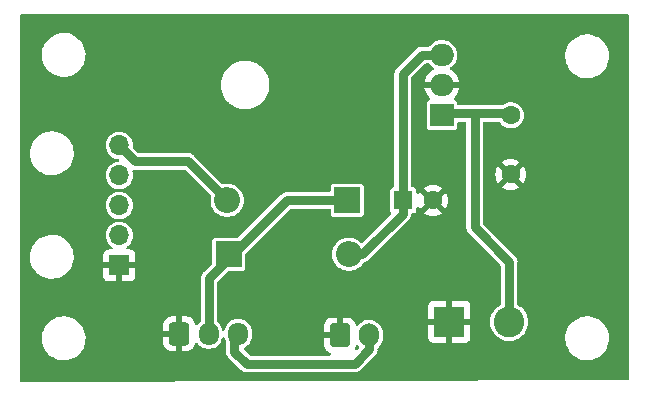
<source format=gbr>
%TF.GenerationSoftware,KiCad,Pcbnew,7.0.9*%
%TF.CreationDate,2023-11-12T11:40:09+01:00*%
%TF.ProjectId,CO2-PwrSupply,434f322d-5077-4725-9375-70706c792e6b,1.1*%
%TF.SameCoordinates,Original*%
%TF.FileFunction,Copper,L2,Bot*%
%TF.FilePolarity,Positive*%
%FSLAX46Y46*%
G04 Gerber Fmt 4.6, Leading zero omitted, Abs format (unit mm)*
G04 Created by KiCad (PCBNEW 7.0.9) date 2023-11-12 11:40:09*
%MOMM*%
%LPD*%
G01*
G04 APERTURE LIST*
G04 Aperture macros list*
%AMRoundRect*
0 Rectangle with rounded corners*
0 $1 Rounding radius*
0 $2 $3 $4 $5 $6 $7 $8 $9 X,Y pos of 4 corners*
0 Add a 4 corners polygon primitive as box body*
4,1,4,$2,$3,$4,$5,$6,$7,$8,$9,$2,$3,0*
0 Add four circle primitives for the rounded corners*
1,1,$1+$1,$2,$3*
1,1,$1+$1,$4,$5*
1,1,$1+$1,$6,$7*
1,1,$1+$1,$8,$9*
0 Add four rect primitives between the rounded corners*
20,1,$1+$1,$2,$3,$4,$5,0*
20,1,$1+$1,$4,$5,$6,$7,0*
20,1,$1+$1,$6,$7,$8,$9,0*
20,1,$1+$1,$8,$9,$2,$3,0*%
G04 Aperture macros list end*
%TA.AperFunction,ComponentPad*%
%ADD10RoundRect,0.250000X-0.600000X-0.725000X0.600000X-0.725000X0.600000X0.725000X-0.600000X0.725000X0*%
%TD*%
%TA.AperFunction,ComponentPad*%
%ADD11O,1.700000X1.950000*%
%TD*%
%TA.AperFunction,ComponentPad*%
%ADD12R,2.200000X2.200000*%
%TD*%
%TA.AperFunction,ComponentPad*%
%ADD13O,2.200000X2.200000*%
%TD*%
%TA.AperFunction,ComponentPad*%
%ADD14RoundRect,0.250000X-0.600000X-0.750000X0.600000X-0.750000X0.600000X0.750000X-0.600000X0.750000X0*%
%TD*%
%TA.AperFunction,ComponentPad*%
%ADD15O,1.700000X2.000000*%
%TD*%
%TA.AperFunction,ComponentPad*%
%ADD16R,1.700000X1.700000*%
%TD*%
%TA.AperFunction,ComponentPad*%
%ADD17O,1.700000X1.700000*%
%TD*%
%TA.AperFunction,ComponentPad*%
%ADD18R,2.000000X1.905000*%
%TD*%
%TA.AperFunction,ComponentPad*%
%ADD19O,2.000000X1.905000*%
%TD*%
%TA.AperFunction,ComponentPad*%
%ADD20C,1.600000*%
%TD*%
%TA.AperFunction,ComponentPad*%
%ADD21R,2.600000X2.600000*%
%TD*%
%TA.AperFunction,ComponentPad*%
%ADD22C,2.600000*%
%TD*%
%TA.AperFunction,ComponentPad*%
%ADD23R,1.600000X1.600000*%
%TD*%
%TA.AperFunction,Conductor*%
%ADD24C,0.800000*%
%TD*%
G04 APERTURE END LIST*
D10*
%TO.P,J3,1,Pin_1*%
%TO.N,GND*%
X56769000Y-46609000D03*
D11*
%TO.P,J3,2,Pin_2*%
%TO.N,Net-(D1-K)*%
X59269000Y-46609000D03*
%TO.P,J3,3,Pin_3*%
%TO.N,Net-(J2-Pin_2)*%
X61769000Y-46609000D03*
%TD*%
D12*
%TO.P,D2,1,K*%
%TO.N,Net-(D1-K)*%
X60960000Y-39878000D03*
D13*
%TO.P,D2,2,A*%
%TO.N,Net-(D2-A)*%
X71120000Y-39878000D03*
%TD*%
D14*
%TO.P,J2,1,Pin_1*%
%TO.N,GND*%
X70358000Y-46736000D03*
D15*
%TO.P,J2,2,Pin_2*%
%TO.N,Net-(J2-Pin_2)*%
X72858000Y-46736000D03*
%TD*%
D16*
%TO.P,J5,1,Pin_1*%
%TO.N,GND*%
X51704000Y-40814856D03*
D17*
%TO.P,J5,2,Pin_2*%
%TO.N,unconnected-(J5-Pin_2-Pad2)*%
X51704000Y-38274856D03*
%TO.P,J5,3,Pin_3*%
%TO.N,unconnected-(J5-Pin_3-Pad3)*%
X51704000Y-35734856D03*
%TO.P,J5,4,Pin_4*%
%TO.N,unconnected-(J5-Pin_4-Pad4)*%
X51704000Y-33194856D03*
%TO.P,J5,5,Pin_5*%
%TO.N,Net-(D1-A)*%
X51704000Y-30654856D03*
%TD*%
D18*
%TO.P,U1,1,IN*%
%TO.N,Net-(J4-Pin_2)*%
X79017000Y-28067000D03*
D19*
%TO.P,U1,2,GND*%
%TO.N,GND*%
X79017000Y-25527000D03*
%TO.P,U1,3,OUT*%
%TO.N,Net-(D2-A)*%
X79017000Y-22987000D03*
%TD*%
D20*
%TO.P,C2,1*%
%TO.N,Net-(J4-Pin_2)*%
X84836000Y-28107000D03*
%TO.P,C2,2*%
%TO.N,GND*%
X84836000Y-33107000D03*
%TD*%
D12*
%TO.P,D1,1,K*%
%TO.N,Net-(D1-K)*%
X70993000Y-35306000D03*
D13*
%TO.P,D1,2,A*%
%TO.N,Net-(D1-A)*%
X60833000Y-35306000D03*
%TD*%
D21*
%TO.P,J4,1,Pin_1*%
%TO.N,GND*%
X79629000Y-45593000D03*
D22*
%TO.P,J4,2,Pin_2*%
%TO.N,Net-(J4-Pin_2)*%
X84709000Y-45593000D03*
%TD*%
D23*
%TO.P,C1,1*%
%TO.N,Net-(D2-A)*%
X75756888Y-35306000D03*
D20*
%TO.P,C1,2*%
%TO.N,GND*%
X78256888Y-35306000D03*
%TD*%
D24*
%TO.N,Net-(D2-A)*%
X75692000Y-24638000D02*
X77343000Y-22987000D01*
X71120000Y-39878000D02*
X72263000Y-39878000D01*
X72263000Y-39878000D02*
X75692000Y-36449000D01*
X77343000Y-22987000D02*
X79017000Y-22987000D01*
X75692000Y-36449000D02*
X75692000Y-24638000D01*
%TO.N,Net-(J4-Pin_2)*%
X84669000Y-27940000D02*
X84836000Y-28107000D01*
X81788000Y-28067000D02*
X81661000Y-27940000D01*
X79144000Y-27940000D02*
X84669000Y-27940000D01*
X81788000Y-37592000D02*
X81788000Y-28067000D01*
X84709000Y-40513000D02*
X81788000Y-37592000D01*
X84709000Y-45593000D02*
X84709000Y-40513000D01*
%TO.N,Net-(D1-K)*%
X59309000Y-41910000D02*
X65913000Y-35306000D01*
X59309000Y-46569000D02*
X59309000Y-41910000D01*
X65913000Y-35306000D02*
X70993000Y-35306000D01*
%TO.N,Net-(D1-A)*%
X53053144Y-32004000D02*
X51704000Y-30654856D01*
X60833000Y-35306000D02*
X57531000Y-32004000D01*
X57531000Y-32004000D02*
X53053144Y-32004000D01*
%TO.N,Net-(J2-Pin_2)*%
X62484000Y-49149000D02*
X71628000Y-49149000D01*
X71628000Y-49149000D02*
X72858000Y-47919000D01*
X72858000Y-47919000D02*
X72858000Y-46736000D01*
X61444610Y-46609000D02*
X61444610Y-48109610D01*
X61444610Y-48109610D02*
X62484000Y-49149000D01*
%TD*%
%TA.AperFunction,Conductor*%
%TO.N,GND*%
G36*
X94812039Y-19578185D02*
G01*
X94857794Y-19630989D01*
X94869000Y-19682500D01*
X94869000Y-50422303D01*
X94849315Y-50489342D01*
X94796511Y-50535097D01*
X94745305Y-50546303D01*
X43431805Y-50672380D01*
X43364717Y-50652860D01*
X43318833Y-50600168D01*
X43307500Y-50548380D01*
X43307500Y-47057763D01*
X45135787Y-47057763D01*
X45165413Y-47327013D01*
X45165415Y-47327024D01*
X45225173Y-47555600D01*
X45233928Y-47589088D01*
X45339870Y-47838390D01*
X45410637Y-47954345D01*
X45480979Y-48069605D01*
X45480986Y-48069615D01*
X45654253Y-48277819D01*
X45654259Y-48277824D01*
X45776028Y-48386929D01*
X45855998Y-48458582D01*
X46081910Y-48608044D01*
X46327176Y-48723020D01*
X46327183Y-48723022D01*
X46327185Y-48723023D01*
X46586557Y-48801057D01*
X46586564Y-48801058D01*
X46586569Y-48801060D01*
X46854561Y-48840500D01*
X46854566Y-48840500D01*
X47057636Y-48840500D01*
X47109133Y-48836730D01*
X47260156Y-48825677D01*
X47372758Y-48800593D01*
X47524546Y-48766782D01*
X47524548Y-48766781D01*
X47524553Y-48766780D01*
X47777558Y-48670014D01*
X48013777Y-48537441D01*
X48228177Y-48371888D01*
X48416186Y-48176881D01*
X48573799Y-47956579D01*
X48670601Y-47768298D01*
X48697649Y-47715690D01*
X48697651Y-47715684D01*
X48697656Y-47715675D01*
X48785118Y-47459305D01*
X48834319Y-47192933D01*
X48844212Y-46922235D01*
X48814586Y-46652982D01*
X48746072Y-46390912D01*
X48732511Y-46359000D01*
X55419000Y-46359000D01*
X56365031Y-46359000D01*
X56332481Y-46409649D01*
X56294000Y-46540705D01*
X56294000Y-46677295D01*
X56332481Y-46808351D01*
X56365031Y-46859000D01*
X55419001Y-46859000D01*
X55419001Y-47383986D01*
X55429494Y-47486697D01*
X55484641Y-47653119D01*
X55484643Y-47653124D01*
X55576684Y-47802345D01*
X55700654Y-47926315D01*
X55849875Y-48018356D01*
X55849880Y-48018358D01*
X56016302Y-48073505D01*
X56016309Y-48073506D01*
X56119019Y-48083999D01*
X56518999Y-48083999D01*
X56519000Y-48083998D01*
X56519000Y-47017018D01*
X56633801Y-47069446D01*
X56735025Y-47084000D01*
X56802975Y-47084000D01*
X56904199Y-47069446D01*
X57019000Y-47017018D01*
X57019000Y-48083999D01*
X57418972Y-48083999D01*
X57418986Y-48083998D01*
X57521697Y-48073505D01*
X57688119Y-48018358D01*
X57688124Y-48018356D01*
X57837345Y-47926315D01*
X57961315Y-47802345D01*
X58053356Y-47653124D01*
X58053358Y-47653119D01*
X58108505Y-47486697D01*
X58108506Y-47486688D01*
X58110648Y-47465727D01*
X58137042Y-47401035D01*
X58194222Y-47360882D01*
X58264033Y-47358018D01*
X58324311Y-47393350D01*
X58332960Y-47403600D01*
X58401418Y-47494253D01*
X58415128Y-47512407D01*
X58572698Y-47656052D01*
X58753981Y-47768298D01*
X58952802Y-47845321D01*
X59162390Y-47884500D01*
X59162392Y-47884500D01*
X59375608Y-47884500D01*
X59375610Y-47884500D01*
X59585198Y-47845321D01*
X59784019Y-47768298D01*
X59965302Y-47656052D01*
X60122872Y-47512407D01*
X60251366Y-47342255D01*
X60293890Y-47256854D01*
X60346403Y-47151394D01*
X60346403Y-47151392D01*
X60346405Y-47151389D01*
X60399734Y-46963958D01*
X60437012Y-46904867D01*
X60500322Y-46875310D01*
X60569561Y-46884672D01*
X60622748Y-46929982D01*
X60638265Y-46963960D01*
X60672421Y-47084000D01*
X60691595Y-47151389D01*
X60731111Y-47230748D01*
X60744110Y-47286017D01*
X60744110Y-48086561D01*
X60743997Y-48090306D01*
X60741661Y-48128931D01*
X60740252Y-48152216D01*
X60744772Y-48176881D01*
X60751431Y-48213222D01*
X60751994Y-48216923D01*
X60759469Y-48278480D01*
X60759470Y-48278484D01*
X60763061Y-48287953D01*
X60769084Y-48309556D01*
X60770914Y-48319540D01*
X60796369Y-48376100D01*
X60797799Y-48379551D01*
X60819792Y-48437540D01*
X60819793Y-48437541D01*
X60825546Y-48445876D01*
X60836571Y-48465423D01*
X60840730Y-48474665D01*
X60840734Y-48474670D01*
X60878981Y-48523488D01*
X60881201Y-48526506D01*
X60916422Y-48577534D01*
X60916426Y-48577538D01*
X60916427Y-48577539D01*
X60962860Y-48618674D01*
X60965551Y-48621208D01*
X61972399Y-49628056D01*
X61974935Y-49630750D01*
X62016071Y-49677183D01*
X62047431Y-49698829D01*
X62067110Y-49712413D01*
X62070127Y-49714633D01*
X62118938Y-49752874D01*
X62118943Y-49752877D01*
X62128174Y-49757031D01*
X62147727Y-49768059D01*
X62156070Y-49773818D01*
X62214044Y-49795804D01*
X62214057Y-49795809D01*
X62217508Y-49797238D01*
X62247093Y-49810553D01*
X62274063Y-49822692D01*
X62274064Y-49822692D01*
X62274068Y-49822694D01*
X62284030Y-49824519D01*
X62305651Y-49830546D01*
X62305667Y-49830552D01*
X62315128Y-49834140D01*
X62331871Y-49836173D01*
X62376689Y-49841615D01*
X62380386Y-49842177D01*
X62441394Y-49853357D01*
X62441395Y-49853356D01*
X62441396Y-49853357D01*
X62503292Y-49849613D01*
X62507036Y-49849500D01*
X71604952Y-49849500D01*
X71608697Y-49849613D01*
X71616042Y-49850057D01*
X71670606Y-49853358D01*
X71708314Y-49846447D01*
X71731621Y-49842177D01*
X71735325Y-49841613D01*
X71753170Y-49839446D01*
X71796872Y-49834140D01*
X71806335Y-49830550D01*
X71827961Y-49824522D01*
X71828893Y-49824351D01*
X71837932Y-49822695D01*
X71894512Y-49797229D01*
X71897942Y-49795809D01*
X71955930Y-49773818D01*
X71964266Y-49768062D01*
X71983821Y-49757034D01*
X71993057Y-49752878D01*
X72041896Y-49714613D01*
X72044876Y-49712421D01*
X72095929Y-49677183D01*
X72137065Y-49630748D01*
X72139599Y-49628056D01*
X73337056Y-48430599D01*
X73339748Y-48428065D01*
X73386183Y-48386929D01*
X73421417Y-48335883D01*
X73423620Y-48332887D01*
X73461878Y-48284056D01*
X73466037Y-48274813D01*
X73477061Y-48255268D01*
X73482818Y-48246930D01*
X73504810Y-48188939D01*
X73506232Y-48185503D01*
X73531695Y-48128931D01*
X73533522Y-48118959D01*
X73539546Y-48097347D01*
X73543140Y-48087872D01*
X73550613Y-48026324D01*
X73551177Y-48022619D01*
X73559668Y-47976282D01*
X73562358Y-47961606D01*
X73558613Y-47899696D01*
X73558500Y-47895951D01*
X73558500Y-47858975D01*
X73578185Y-47791936D01*
X73598962Y-47767338D01*
X73655617Y-47715690D01*
X73711872Y-47664407D01*
X73840366Y-47494255D01*
X73857771Y-47459300D01*
X73935403Y-47303394D01*
X73935403Y-47303393D01*
X73935405Y-47303389D01*
X73993756Y-47098310D01*
X74008347Y-46940844D01*
X77829000Y-46940844D01*
X77835401Y-47000372D01*
X77835403Y-47000379D01*
X77885645Y-47135086D01*
X77885649Y-47135093D01*
X77971809Y-47250187D01*
X77971812Y-47250190D01*
X78086906Y-47336350D01*
X78086913Y-47336354D01*
X78221620Y-47386596D01*
X78221627Y-47386598D01*
X78281155Y-47392999D01*
X78281172Y-47393000D01*
X79379000Y-47393000D01*
X79379000Y-46197310D01*
X79387817Y-46202158D01*
X79546886Y-46243000D01*
X79669894Y-46243000D01*
X79791933Y-46227583D01*
X79879000Y-46193110D01*
X79879000Y-47393000D01*
X80976828Y-47393000D01*
X80976844Y-47392999D01*
X81036372Y-47386598D01*
X81036379Y-47386596D01*
X81171086Y-47336354D01*
X81171093Y-47336350D01*
X81286187Y-47250190D01*
X81286190Y-47250187D01*
X81372350Y-47135093D01*
X81372354Y-47135086D01*
X81422596Y-47000379D01*
X81422598Y-47000372D01*
X81428999Y-46940844D01*
X81429000Y-46940827D01*
X81429000Y-45843000D01*
X80229728Y-45843000D01*
X80252100Y-45795457D01*
X80282873Y-45634138D01*
X80272561Y-45470234D01*
X80231220Y-45343000D01*
X81429000Y-45343000D01*
X81429000Y-44245172D01*
X81428999Y-44245155D01*
X81422598Y-44185627D01*
X81422596Y-44185620D01*
X81372354Y-44050913D01*
X81372350Y-44050906D01*
X81286190Y-43935812D01*
X81286187Y-43935809D01*
X81171093Y-43849649D01*
X81171086Y-43849645D01*
X81036379Y-43799403D01*
X81036372Y-43799401D01*
X80976844Y-43793000D01*
X79879000Y-43793000D01*
X79879000Y-44988689D01*
X79870183Y-44983842D01*
X79711114Y-44943000D01*
X79588106Y-44943000D01*
X79466067Y-44958417D01*
X79379000Y-44992889D01*
X79379000Y-43793000D01*
X78281155Y-43793000D01*
X78221627Y-43799401D01*
X78221620Y-43799403D01*
X78086913Y-43849645D01*
X78086906Y-43849649D01*
X77971812Y-43935809D01*
X77971809Y-43935812D01*
X77885649Y-44050906D01*
X77885645Y-44050913D01*
X77835403Y-44185620D01*
X77835401Y-44185627D01*
X77829000Y-44245155D01*
X77829000Y-45343000D01*
X79028272Y-45343000D01*
X79005900Y-45390543D01*
X78975127Y-45551862D01*
X78985439Y-45715766D01*
X79026780Y-45843000D01*
X77829000Y-45843000D01*
X77829000Y-46940844D01*
X74008347Y-46940844D01*
X74008500Y-46939194D01*
X74008500Y-46532806D01*
X73993756Y-46373690D01*
X73935405Y-46168611D01*
X73935403Y-46168606D01*
X73935403Y-46168605D01*
X73840367Y-45977746D01*
X73711872Y-45807593D01*
X73706953Y-45803109D01*
X73554302Y-45663948D01*
X73373019Y-45551702D01*
X73373017Y-45551701D01*
X73273608Y-45513190D01*
X73174198Y-45474679D01*
X72964610Y-45435500D01*
X72751390Y-45435500D01*
X72541802Y-45474679D01*
X72541799Y-45474679D01*
X72541799Y-45474680D01*
X72342982Y-45551701D01*
X72342980Y-45551702D01*
X72161699Y-45663947D01*
X72004126Y-45807594D01*
X71921959Y-45916400D01*
X71865850Y-45958035D01*
X71796138Y-45962726D01*
X71734956Y-45928983D01*
X71701730Y-45867520D01*
X71699648Y-45854273D01*
X71697505Y-45833303D01*
X71642358Y-45666880D01*
X71642356Y-45666875D01*
X71550315Y-45517654D01*
X71426345Y-45393684D01*
X71277124Y-45301643D01*
X71277119Y-45301641D01*
X71110697Y-45246494D01*
X71110690Y-45246493D01*
X71007986Y-45236000D01*
X70608000Y-45236000D01*
X70608000Y-46300498D01*
X70500315Y-46251320D01*
X70393763Y-46236000D01*
X70322237Y-46236000D01*
X70215685Y-46251320D01*
X70108000Y-46300498D01*
X70108000Y-45236000D01*
X69708028Y-45236000D01*
X69708012Y-45236001D01*
X69605302Y-45246494D01*
X69438880Y-45301641D01*
X69438875Y-45301643D01*
X69289654Y-45393684D01*
X69165684Y-45517654D01*
X69073643Y-45666875D01*
X69073641Y-45666880D01*
X69018494Y-45833302D01*
X69018493Y-45833309D01*
X69008000Y-45936013D01*
X69008000Y-46486000D01*
X69924314Y-46486000D01*
X69898507Y-46526156D01*
X69858000Y-46664111D01*
X69858000Y-46807889D01*
X69898507Y-46945844D01*
X69924314Y-46986000D01*
X69008001Y-46986000D01*
X69008001Y-47535986D01*
X69018494Y-47638697D01*
X69073641Y-47805119D01*
X69073643Y-47805124D01*
X69165684Y-47954345D01*
X69289654Y-48078315D01*
X69438875Y-48170356D01*
X69438880Y-48170358D01*
X69548836Y-48206794D01*
X69606281Y-48246567D01*
X69633104Y-48311082D01*
X69620789Y-48379858D01*
X69573246Y-48431058D01*
X69509832Y-48448500D01*
X62825519Y-48448500D01*
X62758480Y-48428815D01*
X62737838Y-48412181D01*
X62277331Y-47951674D01*
X62243846Y-47890351D01*
X62248830Y-47820659D01*
X62290702Y-47764726D01*
X62299718Y-47758577D01*
X62465302Y-47656052D01*
X62622872Y-47512407D01*
X62751366Y-47342255D01*
X62793890Y-47256854D01*
X62846403Y-47151394D01*
X62846403Y-47151393D01*
X62846405Y-47151389D01*
X62904756Y-46946310D01*
X62919500Y-46787194D01*
X62919500Y-46430806D01*
X62904756Y-46271690D01*
X62846405Y-46066611D01*
X62846403Y-46066606D01*
X62846403Y-46066605D01*
X62751367Y-45875746D01*
X62622872Y-45705593D01*
X62580406Y-45666880D01*
X62465302Y-45561948D01*
X62284019Y-45449702D01*
X62284017Y-45449701D01*
X62184608Y-45411190D01*
X62085198Y-45372679D01*
X61875610Y-45333500D01*
X61662390Y-45333500D01*
X61452802Y-45372679D01*
X61452799Y-45372679D01*
X61452799Y-45372680D01*
X61253982Y-45449701D01*
X61253980Y-45449702D01*
X61072699Y-45561947D01*
X60915127Y-45705593D01*
X60786632Y-45875746D01*
X60691596Y-46066605D01*
X60691596Y-46066607D01*
X60638266Y-46254039D01*
X60600986Y-46313132D01*
X60537676Y-46342689D01*
X60468437Y-46333327D01*
X60415251Y-46288017D01*
X60399734Y-46254039D01*
X60365579Y-46134000D01*
X60346405Y-46066611D01*
X60346403Y-46066606D01*
X60346403Y-46066605D01*
X60251367Y-45875746D01*
X60199900Y-45807594D01*
X60122872Y-45705593D01*
X60122869Y-45705590D01*
X60122870Y-45705590D01*
X60049961Y-45639124D01*
X60013680Y-45579413D01*
X60009500Y-45547488D01*
X60009500Y-42251518D01*
X60029185Y-42184479D01*
X60045815Y-42163841D01*
X60894838Y-41314817D01*
X60956161Y-41281333D01*
X60982519Y-41278499D01*
X62104856Y-41278499D01*
X62104864Y-41278499D01*
X62104879Y-41278497D01*
X62104882Y-41278497D01*
X62129987Y-41275586D01*
X62129988Y-41275585D01*
X62129991Y-41275585D01*
X62232765Y-41230206D01*
X62312206Y-41150765D01*
X62357585Y-41047991D01*
X62360500Y-41022865D01*
X62360499Y-39900517D01*
X62367109Y-39878006D01*
X69714700Y-39878006D01*
X69733864Y-40109297D01*
X69733866Y-40109308D01*
X69790842Y-40334300D01*
X69884075Y-40546848D01*
X70011016Y-40741147D01*
X70011019Y-40741150D01*
X70011021Y-40741153D01*
X70168216Y-40911913D01*
X70168219Y-40911915D01*
X70168222Y-40911918D01*
X70351365Y-41054464D01*
X70351371Y-41054468D01*
X70351374Y-41054470D01*
X70370566Y-41064856D01*
X70541950Y-41157605D01*
X70555497Y-41164936D01*
X70669487Y-41204068D01*
X70775015Y-41240297D01*
X70775017Y-41240297D01*
X70775019Y-41240298D01*
X71003951Y-41278500D01*
X71003952Y-41278500D01*
X71236048Y-41278500D01*
X71236049Y-41278500D01*
X71464981Y-41240298D01*
X71684503Y-41164936D01*
X71888626Y-41054470D01*
X71896951Y-41047991D01*
X71950129Y-41006600D01*
X72071784Y-40911913D01*
X72228979Y-40741153D01*
X72306251Y-40622877D01*
X72359397Y-40577521D01*
X72395115Y-40567603D01*
X72401671Y-40566806D01*
X72431872Y-40563140D01*
X72441335Y-40559550D01*
X72462961Y-40553522D01*
X72463893Y-40553351D01*
X72472932Y-40551695D01*
X72529512Y-40526229D01*
X72532942Y-40524809D01*
X72590930Y-40502818D01*
X72599266Y-40497062D01*
X72618821Y-40486034D01*
X72628057Y-40481878D01*
X72676896Y-40443613D01*
X72679876Y-40441421D01*
X72730929Y-40406183D01*
X72772065Y-40359748D01*
X72774599Y-40357056D01*
X76171056Y-36960599D01*
X76173748Y-36958065D01*
X76220183Y-36916929D01*
X76221767Y-36914635D01*
X76228889Y-36904314D01*
X76255427Y-36865866D01*
X76257617Y-36862890D01*
X76295877Y-36814057D01*
X76300029Y-36804828D01*
X76311062Y-36785268D01*
X76311419Y-36784750D01*
X76316818Y-36776930D01*
X76338812Y-36718933D01*
X76340231Y-36715505D01*
X76365694Y-36658932D01*
X76367520Y-36648965D01*
X76373548Y-36627340D01*
X76377140Y-36617872D01*
X76384615Y-36556309D01*
X76385179Y-36552604D01*
X76393326Y-36508146D01*
X76424773Y-36445753D01*
X76484960Y-36410267D01*
X76515295Y-36406499D01*
X76601744Y-36406499D01*
X76601752Y-36406499D01*
X76601767Y-36406497D01*
X76601770Y-36406497D01*
X76626875Y-36403586D01*
X76626876Y-36403585D01*
X76626879Y-36403585D01*
X76729653Y-36358206D01*
X76809094Y-36278765D01*
X76854473Y-36175991D01*
X76857388Y-36150865D01*
X76857387Y-35940150D01*
X76877071Y-35873113D01*
X76929875Y-35827358D01*
X76999033Y-35817414D01*
X77062589Y-35846439D01*
X77093769Y-35887747D01*
X77126753Y-35958481D01*
X77126754Y-35958483D01*
X77177861Y-36031471D01*
X77177862Y-36031472D01*
X77858934Y-35350399D01*
X77871723Y-35431148D01*
X77929247Y-35544045D01*
X78018843Y-35633641D01*
X78131740Y-35691165D01*
X78212487Y-35703953D01*
X77531414Y-36385025D01*
X77531414Y-36385026D01*
X77604400Y-36436131D01*
X77604404Y-36436133D01*
X77810561Y-36532265D01*
X77810570Y-36532269D01*
X78030277Y-36591139D01*
X78030288Y-36591141D01*
X78256886Y-36610966D01*
X78256890Y-36610966D01*
X78483487Y-36591141D01*
X78483498Y-36591139D01*
X78703205Y-36532269D01*
X78703219Y-36532264D01*
X78909366Y-36436136D01*
X78982360Y-36385025D01*
X78301289Y-35703953D01*
X78382036Y-35691165D01*
X78494933Y-35633641D01*
X78584529Y-35544045D01*
X78642053Y-35431148D01*
X78654841Y-35350400D01*
X79335913Y-36031472D01*
X79387024Y-35958478D01*
X79483152Y-35752331D01*
X79483157Y-35752317D01*
X79542027Y-35532610D01*
X79542029Y-35532599D01*
X79561854Y-35306002D01*
X79561854Y-35305997D01*
X79542029Y-35079400D01*
X79542027Y-35079389D01*
X79483157Y-34859682D01*
X79483153Y-34859673D01*
X79387021Y-34653516D01*
X79387019Y-34653512D01*
X79335914Y-34580526D01*
X79335913Y-34580526D01*
X78654841Y-35261598D01*
X78642053Y-35180852D01*
X78584529Y-35067955D01*
X78494933Y-34978359D01*
X78382036Y-34920835D01*
X78301288Y-34908046D01*
X78982360Y-34226974D01*
X78982359Y-34226973D01*
X78909371Y-34175866D01*
X78909369Y-34175865D01*
X78703214Y-34079734D01*
X78703205Y-34079730D01*
X78483498Y-34020860D01*
X78483487Y-34020858D01*
X78256890Y-34001034D01*
X78256886Y-34001034D01*
X78030288Y-34020858D01*
X78030277Y-34020860D01*
X77810570Y-34079730D01*
X77810561Y-34079734D01*
X77604401Y-34175868D01*
X77531415Y-34226972D01*
X77531414Y-34226973D01*
X78212488Y-34908046D01*
X78131740Y-34920835D01*
X78018843Y-34978359D01*
X77929247Y-35067955D01*
X77871723Y-35180852D01*
X77858934Y-35261599D01*
X77177861Y-34580526D01*
X77177860Y-34580527D01*
X77126755Y-34653513D01*
X77093769Y-34724253D01*
X77047596Y-34776692D01*
X76980403Y-34795844D01*
X76913521Y-34775628D01*
X76868187Y-34722462D01*
X76857387Y-34671848D01*
X76857387Y-34461143D01*
X76857387Y-34461136D01*
X76855267Y-34442852D01*
X76854474Y-34436012D01*
X76854473Y-34436010D01*
X76854473Y-34436009D01*
X76809094Y-34333235D01*
X76729653Y-34253794D01*
X76691926Y-34237136D01*
X76626880Y-34208415D01*
X76601756Y-34205500D01*
X76601753Y-34205500D01*
X76516500Y-34205500D01*
X76449461Y-34185815D01*
X76403706Y-34133011D01*
X76392500Y-34081500D01*
X76392500Y-24979518D01*
X76412185Y-24912479D01*
X76428819Y-24891837D01*
X77596837Y-23723819D01*
X77658160Y-23690334D01*
X77684518Y-23687500D01*
X77865768Y-23687500D01*
X77932807Y-23707185D01*
X77962715Y-23734188D01*
X77971433Y-23745120D01*
X78060177Y-23856402D01*
X78060180Y-23856405D01*
X78060184Y-23856409D01*
X78230021Y-24004790D01*
X78230021Y-24004791D01*
X78230025Y-24004793D01*
X78230028Y-24004796D01*
X78275832Y-24032163D01*
X78323284Y-24083444D01*
X78335479Y-24152241D01*
X78308544Y-24216710D01*
X78280053Y-24242417D01*
X78074300Y-24376843D01*
X78074289Y-24376851D01*
X77897202Y-24539873D01*
X77897193Y-24539883D01*
X77749350Y-24729831D01*
X77749344Y-24729840D01*
X77634784Y-24941531D01*
X77634778Y-24941545D01*
X77556619Y-25169208D01*
X77538633Y-25276999D01*
X77538634Y-25277000D01*
X78522148Y-25277000D01*
X78473441Y-25414047D01*
X78463123Y-25564886D01*
X78493884Y-25712915D01*
X78527090Y-25777000D01*
X77538633Y-25777000D01*
X77556619Y-25884791D01*
X77634778Y-26112454D01*
X77634784Y-26112468D01*
X77749344Y-26324159D01*
X77749350Y-26324168D01*
X77897193Y-26514116D01*
X77897196Y-26514119D01*
X77997360Y-26606327D01*
X78033350Y-26666214D01*
X78031250Y-26736052D01*
X77991726Y-26793668D01*
X77955226Y-26812431D01*
X77955542Y-26813147D01*
X77844235Y-26862293D01*
X77764794Y-26941734D01*
X77719415Y-27044506D01*
X77719415Y-27044508D01*
X77716500Y-27069631D01*
X77716500Y-29064356D01*
X77716502Y-29064382D01*
X77719413Y-29089487D01*
X77719415Y-29089491D01*
X77764793Y-29192264D01*
X77764794Y-29192265D01*
X77844235Y-29271706D01*
X77947009Y-29317085D01*
X77972135Y-29320000D01*
X80061864Y-29319999D01*
X80061879Y-29319997D01*
X80061882Y-29319997D01*
X80086987Y-29317086D01*
X80086988Y-29317085D01*
X80086991Y-29317085D01*
X80189765Y-29271706D01*
X80269206Y-29192265D01*
X80314585Y-29089491D01*
X80317500Y-29064365D01*
X80317500Y-28764500D01*
X80337185Y-28697461D01*
X80389989Y-28651706D01*
X80441500Y-28640500D01*
X80963500Y-28640500D01*
X81030539Y-28660185D01*
X81076294Y-28712989D01*
X81087500Y-28764500D01*
X81087500Y-37568951D01*
X81087387Y-37572696D01*
X81083642Y-37634603D01*
X81083642Y-37634605D01*
X81094821Y-37695612D01*
X81095384Y-37699313D01*
X81102859Y-37760870D01*
X81102860Y-37760874D01*
X81106451Y-37770343D01*
X81112474Y-37791946D01*
X81114304Y-37801930D01*
X81139759Y-37858490D01*
X81141189Y-37861941D01*
X81163182Y-37919930D01*
X81163183Y-37919931D01*
X81168936Y-37928266D01*
X81179961Y-37947813D01*
X81184120Y-37957055D01*
X81184124Y-37957060D01*
X81222371Y-38005878D01*
X81224591Y-38008896D01*
X81259812Y-38059924D01*
X81259816Y-38059928D01*
X81259817Y-38059929D01*
X81306250Y-38101064D01*
X81308941Y-38103598D01*
X82650514Y-39445171D01*
X83972181Y-40766838D01*
X84005666Y-40828161D01*
X84008500Y-40854519D01*
X84008500Y-44075712D01*
X83988815Y-44142751D01*
X83949290Y-44181439D01*
X83765346Y-44294160D01*
X83765343Y-44294161D01*
X83573776Y-44457776D01*
X83410161Y-44649343D01*
X83410160Y-44649346D01*
X83278533Y-44864140D01*
X83182126Y-45096889D01*
X83123317Y-45341848D01*
X83103551Y-45593000D01*
X83123317Y-45844151D01*
X83182126Y-46089110D01*
X83278533Y-46321859D01*
X83410160Y-46536653D01*
X83410161Y-46536656D01*
X83465604Y-46601571D01*
X83573776Y-46728224D01*
X83667052Y-46807889D01*
X83765343Y-46891838D01*
X83765346Y-46891839D01*
X83980140Y-47023466D01*
X84160831Y-47098310D01*
X84212889Y-47119873D01*
X84457852Y-47178683D01*
X84709000Y-47198449D01*
X84960148Y-47178683D01*
X85205111Y-47119873D01*
X85355058Y-47057763D01*
X89458787Y-47057763D01*
X89488413Y-47327013D01*
X89488415Y-47327024D01*
X89548173Y-47555600D01*
X89556928Y-47589088D01*
X89662870Y-47838390D01*
X89733637Y-47954345D01*
X89803979Y-48069605D01*
X89803986Y-48069615D01*
X89977253Y-48277819D01*
X89977259Y-48277824D01*
X90099028Y-48386929D01*
X90178998Y-48458582D01*
X90404910Y-48608044D01*
X90650176Y-48723020D01*
X90650183Y-48723022D01*
X90650185Y-48723023D01*
X90909557Y-48801057D01*
X90909564Y-48801058D01*
X90909569Y-48801060D01*
X91177561Y-48840500D01*
X91177566Y-48840500D01*
X91380636Y-48840500D01*
X91432133Y-48836730D01*
X91583156Y-48825677D01*
X91695758Y-48800593D01*
X91847546Y-48766782D01*
X91847548Y-48766781D01*
X91847553Y-48766780D01*
X92100558Y-48670014D01*
X92336777Y-48537441D01*
X92551177Y-48371888D01*
X92739186Y-48176881D01*
X92896799Y-47956579D01*
X92993601Y-47768298D01*
X93020649Y-47715690D01*
X93020651Y-47715684D01*
X93020656Y-47715675D01*
X93108118Y-47459305D01*
X93157319Y-47192933D01*
X93167212Y-46922235D01*
X93137586Y-46652982D01*
X93069072Y-46390912D01*
X92963130Y-46141610D01*
X92822018Y-45910390D01*
X92790033Y-45871956D01*
X92648746Y-45702180D01*
X92648740Y-45702175D01*
X92447002Y-45521418D01*
X92221092Y-45371957D01*
X92156872Y-45341852D01*
X91975824Y-45256980D01*
X91975819Y-45256978D01*
X91975814Y-45256976D01*
X91716442Y-45178942D01*
X91716428Y-45178939D01*
X91600791Y-45161921D01*
X91448439Y-45139500D01*
X91245369Y-45139500D01*
X91245364Y-45139500D01*
X91042844Y-45154323D01*
X91042831Y-45154325D01*
X90778453Y-45213217D01*
X90778446Y-45213220D01*
X90525439Y-45309987D01*
X90289226Y-45442557D01*
X90289224Y-45442558D01*
X90289223Y-45442559D01*
X90247783Y-45474558D01*
X90074822Y-45608112D01*
X89886822Y-45803109D01*
X89886816Y-45803116D01*
X89729202Y-46023419D01*
X89729199Y-46023424D01*
X89605350Y-46264309D01*
X89605343Y-46264327D01*
X89517884Y-46520685D01*
X89517881Y-46520699D01*
X89468681Y-46787068D01*
X89468680Y-46787075D01*
X89458787Y-47057763D01*
X85355058Y-47057763D01*
X85437859Y-47023466D01*
X85652659Y-46891836D01*
X85844224Y-46728224D01*
X86007836Y-46536659D01*
X86139466Y-46321859D01*
X86235873Y-46089111D01*
X86294683Y-45844148D01*
X86314449Y-45593000D01*
X86294683Y-45341852D01*
X86235873Y-45096889D01*
X86178516Y-44958417D01*
X86139466Y-44864140D01*
X86007839Y-44649346D01*
X86007838Y-44649343D01*
X85970875Y-44606066D01*
X85844224Y-44457776D01*
X85717571Y-44349604D01*
X85652656Y-44294161D01*
X85652653Y-44294160D01*
X85468710Y-44181439D01*
X85421835Y-44129627D01*
X85409500Y-44075712D01*
X85409500Y-40536047D01*
X85409613Y-40532302D01*
X85413358Y-40470394D01*
X85402175Y-40409371D01*
X85401613Y-40405674D01*
X85399618Y-40389251D01*
X85394140Y-40344128D01*
X85390548Y-40334656D01*
X85384521Y-40313034D01*
X85382695Y-40303071D01*
X85382695Y-40303069D01*
X85357224Y-40246476D01*
X85355817Y-40243079D01*
X85333818Y-40185070D01*
X85333816Y-40185068D01*
X85333816Y-40185066D01*
X85328062Y-40176731D01*
X85317034Y-40157177D01*
X85312880Y-40147947D01*
X85311169Y-40145763D01*
X85274621Y-40099112D01*
X85272427Y-40096130D01*
X85237183Y-40045071D01*
X85190750Y-40003935D01*
X85188056Y-40001399D01*
X82524819Y-37338162D01*
X82491334Y-37276839D01*
X82488500Y-37250481D01*
X82488500Y-33107002D01*
X83531034Y-33107002D01*
X83550858Y-33333599D01*
X83550860Y-33333610D01*
X83609730Y-33553317D01*
X83609734Y-33553326D01*
X83705865Y-33759481D01*
X83705866Y-33759483D01*
X83756973Y-33832471D01*
X83756974Y-33832472D01*
X84438046Y-33151399D01*
X84450835Y-33232148D01*
X84508359Y-33345045D01*
X84597955Y-33434641D01*
X84710852Y-33492165D01*
X84791599Y-33504953D01*
X84110526Y-34186025D01*
X84110526Y-34186026D01*
X84183512Y-34237131D01*
X84183516Y-34237133D01*
X84389673Y-34333265D01*
X84389682Y-34333269D01*
X84609389Y-34392139D01*
X84609400Y-34392141D01*
X84835998Y-34411966D01*
X84836002Y-34411966D01*
X85062599Y-34392141D01*
X85062610Y-34392139D01*
X85282317Y-34333269D01*
X85282331Y-34333264D01*
X85488478Y-34237136D01*
X85561472Y-34186025D01*
X84880401Y-33504953D01*
X84961148Y-33492165D01*
X85074045Y-33434641D01*
X85163641Y-33345045D01*
X85221165Y-33232148D01*
X85233953Y-33151400D01*
X85915025Y-33832472D01*
X85966136Y-33759478D01*
X86062264Y-33553331D01*
X86062269Y-33553317D01*
X86121139Y-33333610D01*
X86121141Y-33333599D01*
X86140966Y-33107002D01*
X86140966Y-33106997D01*
X86121141Y-32880400D01*
X86121139Y-32880389D01*
X86062269Y-32660682D01*
X86062265Y-32660673D01*
X85966133Y-32454516D01*
X85966131Y-32454512D01*
X85915026Y-32381526D01*
X85915025Y-32381526D01*
X85233953Y-33062598D01*
X85221165Y-32981852D01*
X85163641Y-32868955D01*
X85074045Y-32779359D01*
X84961148Y-32721835D01*
X84880400Y-32709046D01*
X85561472Y-32027974D01*
X85561471Y-32027973D01*
X85488483Y-31976866D01*
X85488481Y-31976865D01*
X85282326Y-31880734D01*
X85282317Y-31880730D01*
X85062610Y-31821860D01*
X85062599Y-31821858D01*
X84836002Y-31802034D01*
X84835998Y-31802034D01*
X84609400Y-31821858D01*
X84609389Y-31821860D01*
X84389682Y-31880730D01*
X84389673Y-31880734D01*
X84183513Y-31976868D01*
X84110527Y-32027972D01*
X84110526Y-32027973D01*
X84791600Y-32709046D01*
X84710852Y-32721835D01*
X84597955Y-32779359D01*
X84508359Y-32868955D01*
X84450835Y-32981852D01*
X84438046Y-33062599D01*
X83756973Y-32381526D01*
X83756972Y-32381527D01*
X83705868Y-32454513D01*
X83609734Y-32660673D01*
X83609730Y-32660682D01*
X83550860Y-32880389D01*
X83550858Y-32880400D01*
X83531034Y-33106997D01*
X83531034Y-33107002D01*
X82488500Y-33107002D01*
X82488500Y-28764500D01*
X82508185Y-28697461D01*
X82560989Y-28651706D01*
X82612500Y-28640500D01*
X83798092Y-28640500D01*
X83865131Y-28660185D01*
X83897046Y-28689773D01*
X84019237Y-28851581D01*
X84169958Y-28988980D01*
X84169960Y-28988982D01*
X84269141Y-29050392D01*
X84343363Y-29096348D01*
X84533544Y-29170024D01*
X84734024Y-29207500D01*
X84734026Y-29207500D01*
X84937974Y-29207500D01*
X84937976Y-29207500D01*
X85138456Y-29170024D01*
X85328637Y-29096348D01*
X85502041Y-28988981D01*
X85652764Y-28851579D01*
X85775673Y-28688821D01*
X85866582Y-28506250D01*
X85922397Y-28310083D01*
X85941215Y-28107000D01*
X85922397Y-27903917D01*
X85866582Y-27707750D01*
X85775673Y-27525179D01*
X85662630Y-27375486D01*
X85652762Y-27362418D01*
X85502041Y-27225019D01*
X85502039Y-27225017D01*
X85328642Y-27117655D01*
X85328635Y-27117651D01*
X85233546Y-27080814D01*
X85138456Y-27043976D01*
X84937976Y-27006500D01*
X84734024Y-27006500D01*
X84533544Y-27043976D01*
X84533541Y-27043976D01*
X84533541Y-27043977D01*
X84343364Y-27117651D01*
X84343357Y-27117655D01*
X84176567Y-27220927D01*
X84111290Y-27239500D01*
X81735927Y-27239500D01*
X81713576Y-27237469D01*
X81703607Y-27235642D01*
X81703603Y-27235642D01*
X81641697Y-27239387D01*
X81637952Y-27239500D01*
X80441499Y-27239500D01*
X80374460Y-27219815D01*
X80328705Y-27167011D01*
X80317499Y-27115500D01*
X80317499Y-27069643D01*
X80317499Y-27069636D01*
X80316486Y-27060899D01*
X80314586Y-27044512D01*
X80314585Y-27044510D01*
X80314585Y-27044509D01*
X80269206Y-26941735D01*
X80189765Y-26862294D01*
X80103198Y-26824071D01*
X80078458Y-26813147D01*
X80079099Y-26811694D01*
X80028543Y-26780607D01*
X79998260Y-26717641D01*
X80006827Y-26648298D01*
X80036640Y-26606327D01*
X80136803Y-26514119D01*
X80136806Y-26514116D01*
X80284649Y-26324168D01*
X80284655Y-26324159D01*
X80399215Y-26112468D01*
X80399221Y-26112454D01*
X80477380Y-25884791D01*
X80495367Y-25777000D01*
X79511852Y-25777000D01*
X79560559Y-25639953D01*
X79570877Y-25489114D01*
X79540116Y-25341085D01*
X79506910Y-25277000D01*
X80495366Y-25277000D01*
X80495366Y-25276999D01*
X80477380Y-25169208D01*
X80399221Y-24941545D01*
X80399215Y-24941531D01*
X80284655Y-24729840D01*
X80284649Y-24729831D01*
X80136806Y-24539883D01*
X80136797Y-24539873D01*
X79959710Y-24376851D01*
X79959707Y-24376850D01*
X79754141Y-24242546D01*
X79708785Y-24189399D01*
X79699361Y-24120168D01*
X79728863Y-24056832D01*
X79749078Y-24038419D01*
X79853724Y-23962389D01*
X79892230Y-23934413D01*
X79965459Y-23857822D01*
X80048093Y-23771393D01*
X80048092Y-23771393D01*
X80048095Y-23771391D01*
X80172346Y-23583158D01*
X80260991Y-23375763D01*
X80305270Y-23181763D01*
X89458787Y-23181763D01*
X89488413Y-23451013D01*
X89488415Y-23451024D01*
X89556819Y-23712672D01*
X89556928Y-23713088D01*
X89662870Y-23962390D01*
X89789616Y-24170071D01*
X89803979Y-24193605D01*
X89803986Y-24193615D01*
X89977253Y-24401819D01*
X89977259Y-24401824D01*
X90052374Y-24469127D01*
X90178998Y-24582582D01*
X90404910Y-24732044D01*
X90650176Y-24847020D01*
X90650183Y-24847022D01*
X90650185Y-24847023D01*
X90909557Y-24925057D01*
X90909564Y-24925058D01*
X90909569Y-24925060D01*
X91177561Y-24964500D01*
X91177566Y-24964500D01*
X91380636Y-24964500D01*
X91432133Y-24960730D01*
X91583156Y-24949677D01*
X91695758Y-24924593D01*
X91847546Y-24890782D01*
X91847548Y-24890781D01*
X91847553Y-24890780D01*
X92100558Y-24794014D01*
X92336777Y-24661441D01*
X92551177Y-24495888D01*
X92739186Y-24300881D01*
X92896799Y-24080579D01*
X92971949Y-23934411D01*
X93020649Y-23839690D01*
X93020651Y-23839684D01*
X93020656Y-23839675D01*
X93108118Y-23583305D01*
X93157319Y-23316933D01*
X93167212Y-23046235D01*
X93137586Y-22776982D01*
X93069072Y-22514912D01*
X92963130Y-22265610D01*
X92822018Y-22034390D01*
X92820845Y-22032981D01*
X92648746Y-21826180D01*
X92648740Y-21826175D01*
X92447002Y-21645418D01*
X92221092Y-21495957D01*
X92100784Y-21439559D01*
X91975824Y-21380980D01*
X91975819Y-21380978D01*
X91975814Y-21380976D01*
X91716442Y-21302942D01*
X91716428Y-21302939D01*
X91600791Y-21285921D01*
X91448439Y-21263500D01*
X91245369Y-21263500D01*
X91245364Y-21263500D01*
X91042844Y-21278323D01*
X91042831Y-21278325D01*
X90778453Y-21337217D01*
X90778446Y-21337220D01*
X90525439Y-21433987D01*
X90289226Y-21566557D01*
X90074822Y-21732112D01*
X89886822Y-21927109D01*
X89886816Y-21927116D01*
X89729202Y-22147419D01*
X89729199Y-22147424D01*
X89605350Y-22388309D01*
X89605343Y-22388327D01*
X89517884Y-22644685D01*
X89517881Y-22644699D01*
X89468681Y-22911068D01*
X89468680Y-22911075D01*
X89458787Y-23181763D01*
X80305270Y-23181763D01*
X80311179Y-23155874D01*
X80321298Y-22930557D01*
X80291023Y-22707054D01*
X80221326Y-22492549D01*
X80114447Y-22293936D01*
X79973823Y-22117598D01*
X79973817Y-22117593D01*
X79973815Y-22117590D01*
X79803978Y-21969209D01*
X79803978Y-21969208D01*
X79803973Y-21969205D01*
X79803972Y-21969204D01*
X79610354Y-21853523D01*
X79531102Y-21823779D01*
X79399191Y-21774271D01*
X79177275Y-21734000D01*
X79177272Y-21734000D01*
X78913224Y-21734000D01*
X78881875Y-21736821D01*
X78744862Y-21749152D01*
X78527459Y-21809151D01*
X78527444Y-21809157D01*
X78324242Y-21907013D01*
X78324232Y-21907019D01*
X78141775Y-22039582D01*
X78141767Y-22039588D01*
X77985906Y-22202607D01*
X77967289Y-22230811D01*
X77913929Y-22275916D01*
X77863802Y-22286500D01*
X77366048Y-22286500D01*
X77362303Y-22286387D01*
X77300396Y-22282642D01*
X77300389Y-22282642D01*
X77239386Y-22293821D01*
X77235685Y-22294384D01*
X77174128Y-22301859D01*
X77174121Y-22301861D01*
X77164647Y-22305454D01*
X77143049Y-22311475D01*
X77133069Y-22313304D01*
X77076519Y-22338755D01*
X77073060Y-22340188D01*
X77015071Y-22362181D01*
X77015063Y-22362185D01*
X77006721Y-22367943D01*
X76987189Y-22378960D01*
X76977946Y-22383120D01*
X76929135Y-22421360D01*
X76926120Y-22423579D01*
X76875072Y-22458816D01*
X76875065Y-22458822D01*
X76833935Y-22505248D01*
X76831368Y-22507974D01*
X75212966Y-24126375D01*
X75210240Y-24128942D01*
X75163818Y-24170068D01*
X75128586Y-24221109D01*
X75126368Y-24224124D01*
X75088124Y-24272939D01*
X75088119Y-24272948D01*
X75083960Y-24282188D01*
X75072942Y-24301723D01*
X75067187Y-24310061D01*
X75067183Y-24310067D01*
X75067182Y-24310070D01*
X75067180Y-24310074D01*
X75067179Y-24310077D01*
X75045189Y-24368055D01*
X75043757Y-24371513D01*
X75018305Y-24428068D01*
X75016477Y-24438042D01*
X75010453Y-24459653D01*
X75006860Y-24469127D01*
X75006859Y-24469128D01*
X74999384Y-24530685D01*
X74998821Y-24534386D01*
X74987642Y-24595390D01*
X74987642Y-24595395D01*
X74991387Y-24657302D01*
X74991500Y-24661047D01*
X74991500Y-34085833D01*
X74971815Y-34152872D01*
X74919011Y-34198627D01*
X74895675Y-34205135D01*
X74895901Y-34205965D01*
X74886896Y-34208415D01*
X74784123Y-34253793D01*
X74704682Y-34333234D01*
X74659303Y-34436006D01*
X74659303Y-34436008D01*
X74656388Y-34461131D01*
X74656388Y-36150856D01*
X74656390Y-36150882D01*
X74659301Y-36175987D01*
X74659303Y-36175991D01*
X74704681Y-36278764D01*
X74711176Y-36288245D01*
X74708818Y-36289860D01*
X74733933Y-36335854D01*
X74728949Y-36405546D01*
X74700448Y-36449893D01*
X72275553Y-38874788D01*
X72214230Y-38908273D01*
X72144538Y-38903289D01*
X72096642Y-38871089D01*
X72071793Y-38844095D01*
X72071777Y-38844081D01*
X71888634Y-38701535D01*
X71888628Y-38701531D01*
X71684504Y-38591064D01*
X71684495Y-38591061D01*
X71464984Y-38515702D01*
X71293282Y-38487050D01*
X71236049Y-38477500D01*
X71003951Y-38477500D01*
X70958164Y-38485140D01*
X70775015Y-38515702D01*
X70555504Y-38591061D01*
X70555495Y-38591064D01*
X70351371Y-38701531D01*
X70351365Y-38701535D01*
X70168222Y-38844081D01*
X70168219Y-38844084D01*
X70011016Y-39014852D01*
X69884075Y-39209151D01*
X69790842Y-39421699D01*
X69733866Y-39646691D01*
X69733864Y-39646702D01*
X69714700Y-39877993D01*
X69714700Y-39878006D01*
X62367109Y-39878006D01*
X62380184Y-39833479D01*
X62396813Y-39812842D01*
X66166838Y-36042819D01*
X66228161Y-36009334D01*
X66254519Y-36006500D01*
X69468501Y-36006500D01*
X69535540Y-36026185D01*
X69581295Y-36078989D01*
X69592501Y-36130500D01*
X69592501Y-36450856D01*
X69592502Y-36450882D01*
X69595413Y-36475987D01*
X69595415Y-36475991D01*
X69640793Y-36578764D01*
X69640794Y-36578765D01*
X69720235Y-36658206D01*
X69823009Y-36703585D01*
X69848135Y-36706500D01*
X72137864Y-36706499D01*
X72137879Y-36706497D01*
X72137882Y-36706497D01*
X72162987Y-36703586D01*
X72162988Y-36703585D01*
X72162991Y-36703585D01*
X72265765Y-36658206D01*
X72345206Y-36578765D01*
X72390585Y-36475991D01*
X72393500Y-36450865D01*
X72393499Y-34161136D01*
X72392541Y-34152872D01*
X72390586Y-34136012D01*
X72390585Y-34136010D01*
X72390585Y-34136009D01*
X72345206Y-34033235D01*
X72265765Y-33953794D01*
X72242909Y-33943702D01*
X72162992Y-33908415D01*
X72137865Y-33905500D01*
X69848143Y-33905500D01*
X69848117Y-33905502D01*
X69823012Y-33908413D01*
X69823008Y-33908415D01*
X69720235Y-33953793D01*
X69640794Y-34033234D01*
X69595415Y-34136006D01*
X69595415Y-34136008D01*
X69592500Y-34161131D01*
X69592500Y-34481500D01*
X69572815Y-34548539D01*
X69520011Y-34594294D01*
X69468500Y-34605500D01*
X65936037Y-34605500D01*
X65932293Y-34605387D01*
X65870397Y-34601643D01*
X65870390Y-34601643D01*
X65809402Y-34612819D01*
X65805701Y-34613382D01*
X65744125Y-34620860D01*
X65734642Y-34624456D01*
X65713038Y-34630478D01*
X65711535Y-34630754D01*
X65703065Y-34632306D01*
X65703063Y-34632307D01*
X65646527Y-34657752D01*
X65643069Y-34659184D01*
X65585069Y-34681182D01*
X65576724Y-34686942D01*
X65557183Y-34697964D01*
X65547944Y-34702122D01*
X65547939Y-34702125D01*
X65499121Y-34740370D01*
X65496106Y-34742589D01*
X65445072Y-34777816D01*
X65445065Y-34777822D01*
X65403942Y-34824240D01*
X65401375Y-34826966D01*
X61787160Y-38441181D01*
X61725837Y-38474666D01*
X61699479Y-38477500D01*
X59815143Y-38477500D01*
X59815117Y-38477502D01*
X59790012Y-38480413D01*
X59790008Y-38480415D01*
X59687235Y-38525793D01*
X59607794Y-38605234D01*
X59562415Y-38708006D01*
X59562415Y-38708008D01*
X59559500Y-38733131D01*
X59559500Y-40617480D01*
X59539815Y-40684519D01*
X59523181Y-40705161D01*
X58829966Y-41398375D01*
X58827240Y-41400942D01*
X58780818Y-41442068D01*
X58745586Y-41493109D01*
X58743368Y-41496124D01*
X58705124Y-41544939D01*
X58705119Y-41544948D01*
X58700960Y-41554188D01*
X58689942Y-41573723D01*
X58684187Y-41582061D01*
X58684183Y-41582067D01*
X58684182Y-41582070D01*
X58684180Y-41582074D01*
X58684179Y-41582077D01*
X58662189Y-41640055D01*
X58660757Y-41643513D01*
X58635305Y-41700068D01*
X58633477Y-41710042D01*
X58627453Y-41731653D01*
X58623860Y-41741127D01*
X58623859Y-41741128D01*
X58616384Y-41802685D01*
X58615821Y-41806386D01*
X58604642Y-41867390D01*
X58604642Y-41867395D01*
X58608387Y-41929302D01*
X58608500Y-41933047D01*
X58608500Y-45474558D01*
X58588815Y-45541597D01*
X58568039Y-45566195D01*
X58415126Y-45705594D01*
X58332959Y-45814400D01*
X58276850Y-45856035D01*
X58207138Y-45860726D01*
X58145956Y-45826983D01*
X58112730Y-45765520D01*
X58110648Y-45752273D01*
X58108505Y-45731303D01*
X58053358Y-45564880D01*
X58053356Y-45564875D01*
X57961315Y-45415654D01*
X57837345Y-45291684D01*
X57688124Y-45199643D01*
X57688119Y-45199641D01*
X57521697Y-45144494D01*
X57521690Y-45144493D01*
X57418986Y-45134000D01*
X57019000Y-45134000D01*
X57019000Y-46200981D01*
X56904199Y-46148554D01*
X56802975Y-46134000D01*
X56735025Y-46134000D01*
X56633801Y-46148554D01*
X56519000Y-46200981D01*
X56519000Y-45134000D01*
X56119028Y-45134000D01*
X56119012Y-45134001D01*
X56016302Y-45144494D01*
X55849880Y-45199641D01*
X55849875Y-45199643D01*
X55700654Y-45291684D01*
X55576684Y-45415654D01*
X55484643Y-45564875D01*
X55484641Y-45564880D01*
X55429494Y-45731302D01*
X55429493Y-45731309D01*
X55419000Y-45834013D01*
X55419000Y-46359000D01*
X48732511Y-46359000D01*
X48640130Y-46141610D01*
X48499018Y-45910390D01*
X48467033Y-45871956D01*
X48325746Y-45702180D01*
X48325740Y-45702175D01*
X48124002Y-45521418D01*
X47898092Y-45371957D01*
X47833872Y-45341852D01*
X47652824Y-45256980D01*
X47652819Y-45256978D01*
X47652814Y-45256976D01*
X47393442Y-45178942D01*
X47393428Y-45178939D01*
X47277791Y-45161921D01*
X47125439Y-45139500D01*
X46922369Y-45139500D01*
X46922364Y-45139500D01*
X46719844Y-45154323D01*
X46719831Y-45154325D01*
X46455453Y-45213217D01*
X46455446Y-45213220D01*
X46202439Y-45309987D01*
X45966226Y-45442557D01*
X45966224Y-45442558D01*
X45966223Y-45442559D01*
X45924783Y-45474558D01*
X45751822Y-45608112D01*
X45563822Y-45803109D01*
X45563816Y-45803116D01*
X45406202Y-46023419D01*
X45406199Y-46023424D01*
X45282350Y-46264309D01*
X45282343Y-46264327D01*
X45194884Y-46520685D01*
X45194881Y-46520699D01*
X45145681Y-46787068D01*
X45145680Y-46787075D01*
X45135787Y-47057763D01*
X43307500Y-47057763D01*
X43307500Y-40145763D01*
X44134787Y-40145763D01*
X44164413Y-40415013D01*
X44164415Y-40415024D01*
X44230772Y-40668842D01*
X44232928Y-40677088D01*
X44338870Y-40926390D01*
X44423375Y-41064856D01*
X44479979Y-41157605D01*
X44479986Y-41157615D01*
X44653253Y-41365819D01*
X44653259Y-41365824D01*
X44738353Y-41442068D01*
X44854998Y-41546582D01*
X45080910Y-41696044D01*
X45326176Y-41811020D01*
X45326183Y-41811022D01*
X45326185Y-41811023D01*
X45585557Y-41889057D01*
X45585564Y-41889058D01*
X45585569Y-41889060D01*
X45853561Y-41928500D01*
X45853566Y-41928500D01*
X46056636Y-41928500D01*
X46108133Y-41924730D01*
X46259156Y-41913677D01*
X46371758Y-41888593D01*
X46523546Y-41854782D01*
X46523548Y-41854781D01*
X46523553Y-41854780D01*
X46776558Y-41758014D01*
X46857299Y-41712700D01*
X50354000Y-41712700D01*
X50360401Y-41772228D01*
X50360403Y-41772235D01*
X50410645Y-41906942D01*
X50410649Y-41906949D01*
X50496809Y-42022043D01*
X50496812Y-42022046D01*
X50611906Y-42108206D01*
X50611913Y-42108210D01*
X50746620Y-42158452D01*
X50746627Y-42158454D01*
X50806155Y-42164855D01*
X50806172Y-42164856D01*
X51454000Y-42164856D01*
X51454000Y-41250357D01*
X51561685Y-41299536D01*
X51668237Y-41314856D01*
X51739763Y-41314856D01*
X51846315Y-41299536D01*
X51954000Y-41250357D01*
X51954000Y-42164856D01*
X52601828Y-42164856D01*
X52601844Y-42164855D01*
X52661372Y-42158454D01*
X52661379Y-42158452D01*
X52796086Y-42108210D01*
X52796093Y-42108206D01*
X52911187Y-42022046D01*
X52911190Y-42022043D01*
X52997350Y-41906949D01*
X52997354Y-41906942D01*
X53047596Y-41772235D01*
X53047598Y-41772228D01*
X53053999Y-41712700D01*
X53054000Y-41712683D01*
X53054000Y-41064856D01*
X52137686Y-41064856D01*
X52163493Y-41024700D01*
X52204000Y-40886745D01*
X52204000Y-40742967D01*
X52163493Y-40605012D01*
X52137686Y-40564856D01*
X53054000Y-40564856D01*
X53054000Y-39917028D01*
X53053999Y-39917011D01*
X53047598Y-39857483D01*
X53047596Y-39857476D01*
X52997354Y-39722769D01*
X52997350Y-39722762D01*
X52911190Y-39607668D01*
X52911187Y-39607665D01*
X52796093Y-39521505D01*
X52796086Y-39521501D01*
X52661379Y-39471259D01*
X52661372Y-39471257D01*
X52601844Y-39464856D01*
X52403366Y-39464856D01*
X52336327Y-39445171D01*
X52290572Y-39392367D01*
X52280628Y-39323209D01*
X52309653Y-39259653D01*
X52338089Y-39235429D01*
X52380529Y-39209151D01*
X52400302Y-39196908D01*
X52557872Y-39053263D01*
X52686366Y-38883111D01*
X52692352Y-38871089D01*
X52781403Y-38692250D01*
X52781403Y-38692249D01*
X52781405Y-38692245D01*
X52839756Y-38487166D01*
X52859429Y-38274856D01*
X52858695Y-38266940D01*
X52855041Y-38227500D01*
X52839756Y-38062546D01*
X52781405Y-37857467D01*
X52781403Y-37857462D01*
X52781403Y-37857461D01*
X52686367Y-37666602D01*
X52557872Y-37496449D01*
X52400302Y-37352804D01*
X52219019Y-37240558D01*
X52219017Y-37240557D01*
X52119608Y-37202046D01*
X52020198Y-37163535D01*
X51823385Y-37126744D01*
X51761106Y-37095077D01*
X51725833Y-37034764D01*
X51728767Y-36964956D01*
X51768976Y-36907816D01*
X51823384Y-36882967D01*
X52020198Y-36846177D01*
X52219019Y-36769154D01*
X52400302Y-36656908D01*
X52557872Y-36513263D01*
X52686366Y-36343111D01*
X52781405Y-36152245D01*
X52839756Y-35947166D01*
X52859429Y-35734856D01*
X52839756Y-35522546D01*
X52781405Y-35317467D01*
X52781403Y-35317462D01*
X52781403Y-35317461D01*
X52686367Y-35126602D01*
X52557872Y-34956449D01*
X52543883Y-34943696D01*
X52400302Y-34812804D01*
X52219019Y-34700558D01*
X52219017Y-34700557D01*
X52108523Y-34657752D01*
X52020198Y-34623535D01*
X51823385Y-34586744D01*
X51761106Y-34555077D01*
X51725833Y-34494764D01*
X51728767Y-34424956D01*
X51768976Y-34367816D01*
X51823384Y-34342967D01*
X52020198Y-34306177D01*
X52219019Y-34229154D01*
X52400302Y-34116908D01*
X52557872Y-33973263D01*
X52686366Y-33803111D01*
X52708091Y-33759481D01*
X52781403Y-33612250D01*
X52781403Y-33612249D01*
X52781405Y-33612245D01*
X52839756Y-33407166D01*
X52859429Y-33194856D01*
X52839756Y-32982546D01*
X52802774Y-32852569D01*
X52803360Y-32782704D01*
X52841627Y-32724245D01*
X52905424Y-32695754D01*
X52936991Y-32695541D01*
X52945832Y-32696614D01*
X52949524Y-32697177D01*
X52970720Y-32701061D01*
X53010538Y-32708358D01*
X53065521Y-32705031D01*
X53072447Y-32704613D01*
X53076192Y-32704500D01*
X57189481Y-32704500D01*
X57256520Y-32724185D01*
X57277162Y-32740819D01*
X59430218Y-34893875D01*
X59463703Y-34955198D01*
X59462743Y-35011995D01*
X59446865Y-35074696D01*
X59427700Y-35305993D01*
X59427700Y-35306006D01*
X59446864Y-35537297D01*
X59446866Y-35537308D01*
X59503842Y-35762300D01*
X59597075Y-35974848D01*
X59724016Y-36169147D01*
X59724019Y-36169151D01*
X59724021Y-36169153D01*
X59881216Y-36339913D01*
X59881219Y-36339915D01*
X59881222Y-36339918D01*
X60064365Y-36482464D01*
X60064371Y-36482468D01*
X60064374Y-36482470D01*
X60268497Y-36592936D01*
X60368701Y-36627336D01*
X60488015Y-36668297D01*
X60488017Y-36668297D01*
X60488019Y-36668298D01*
X60716951Y-36706500D01*
X60716952Y-36706500D01*
X60949048Y-36706500D01*
X60949049Y-36706500D01*
X61177981Y-36668298D01*
X61397503Y-36592936D01*
X61601626Y-36482470D01*
X61609951Y-36475991D01*
X61699234Y-36406499D01*
X61784784Y-36339913D01*
X61941979Y-36169153D01*
X62068924Y-35974849D01*
X62162157Y-35762300D01*
X62219134Y-35537305D01*
X62220357Y-35522545D01*
X62238300Y-35306006D01*
X62238300Y-35305993D01*
X62219135Y-35074702D01*
X62219133Y-35074691D01*
X62162157Y-34849699D01*
X62068924Y-34637151D01*
X61941983Y-34442852D01*
X61941980Y-34442849D01*
X61941979Y-34442847D01*
X61784784Y-34272087D01*
X61784779Y-34272083D01*
X61784777Y-34272081D01*
X61601634Y-34129535D01*
X61601628Y-34129531D01*
X61397504Y-34019064D01*
X61397495Y-34019061D01*
X61177984Y-33943702D01*
X61006282Y-33915050D01*
X60949049Y-33905500D01*
X60716951Y-33905500D01*
X60528127Y-33937008D01*
X60458762Y-33928626D01*
X60420037Y-33902380D01*
X59239492Y-32721835D01*
X58042598Y-31524941D01*
X58040064Y-31522250D01*
X57998929Y-31475817D01*
X57998928Y-31475816D01*
X57998924Y-31475812D01*
X57947896Y-31440591D01*
X57944887Y-31438377D01*
X57896060Y-31400124D01*
X57896055Y-31400120D01*
X57886813Y-31395961D01*
X57867266Y-31384936D01*
X57858931Y-31379183D01*
X57858932Y-31379183D01*
X57858930Y-31379182D01*
X57800941Y-31357189D01*
X57797490Y-31355759D01*
X57740930Y-31330304D01*
X57730946Y-31328474D01*
X57709343Y-31322451D01*
X57699874Y-31318860D01*
X57699870Y-31318859D01*
X57638313Y-31311384D01*
X57634612Y-31310821D01*
X57573608Y-31299642D01*
X57573603Y-31299642D01*
X57511697Y-31303387D01*
X57507952Y-31303500D01*
X53394663Y-31303500D01*
X53327624Y-31283815D01*
X53306982Y-31267181D01*
X52886616Y-30846815D01*
X52853131Y-30785492D01*
X52850826Y-30747692D01*
X52859429Y-30654855D01*
X52853355Y-30589309D01*
X52839756Y-30442546D01*
X52781405Y-30237467D01*
X52781403Y-30237462D01*
X52781403Y-30237461D01*
X52686367Y-30046602D01*
X52557872Y-29876449D01*
X52524930Y-29846418D01*
X52400302Y-29732804D01*
X52219019Y-29620558D01*
X52219017Y-29620557D01*
X52119427Y-29581976D01*
X52020198Y-29543535D01*
X51810610Y-29504356D01*
X51597390Y-29504356D01*
X51387802Y-29543535D01*
X51387799Y-29543535D01*
X51387799Y-29543536D01*
X51188982Y-29620557D01*
X51188980Y-29620558D01*
X51007699Y-29732803D01*
X50850127Y-29876449D01*
X50721632Y-30046602D01*
X50626596Y-30237461D01*
X50626596Y-30237463D01*
X50568244Y-30442545D01*
X50548571Y-30654855D01*
X50548571Y-30654856D01*
X50568244Y-30867166D01*
X50626596Y-31072248D01*
X50626596Y-31072250D01*
X50721632Y-31263109D01*
X50825099Y-31400120D01*
X50850128Y-31433263D01*
X51007698Y-31576908D01*
X51188981Y-31689154D01*
X51387802Y-31766177D01*
X51584613Y-31802967D01*
X51646893Y-31834635D01*
X51682166Y-31894948D01*
X51679232Y-31964756D01*
X51639023Y-32021896D01*
X51584613Y-32046744D01*
X51387802Y-32083535D01*
X51387799Y-32083535D01*
X51387799Y-32083536D01*
X51188982Y-32160557D01*
X51188980Y-32160558D01*
X51007699Y-32272803D01*
X50850127Y-32416449D01*
X50721632Y-32586602D01*
X50626596Y-32777461D01*
X50626596Y-32777463D01*
X50568244Y-32982545D01*
X50548571Y-33194855D01*
X50548571Y-33194856D01*
X50568244Y-33407166D01*
X50626596Y-33612248D01*
X50626596Y-33612250D01*
X50721632Y-33803109D01*
X50850127Y-33973262D01*
X50850128Y-33973263D01*
X51007698Y-34116908D01*
X51188981Y-34229154D01*
X51387802Y-34306177D01*
X51584613Y-34342967D01*
X51646893Y-34374635D01*
X51682166Y-34434948D01*
X51679232Y-34504756D01*
X51639023Y-34561896D01*
X51584613Y-34586744D01*
X51387802Y-34623535D01*
X51387799Y-34623535D01*
X51387799Y-34623536D01*
X51188982Y-34700557D01*
X51188980Y-34700558D01*
X51007699Y-34812803D01*
X50850127Y-34956449D01*
X50721632Y-35126602D01*
X50626596Y-35317461D01*
X50626596Y-35317463D01*
X50568244Y-35522545D01*
X50548571Y-35734855D01*
X50548571Y-35734856D01*
X50568244Y-35947166D01*
X50626596Y-36152248D01*
X50626596Y-36152250D01*
X50721632Y-36343109D01*
X50826869Y-36482464D01*
X50850128Y-36513263D01*
X51007698Y-36656908D01*
X51188981Y-36769154D01*
X51387802Y-36846177D01*
X51584613Y-36882967D01*
X51646893Y-36914635D01*
X51682166Y-36974948D01*
X51679232Y-37044756D01*
X51639023Y-37101896D01*
X51584613Y-37126744D01*
X51387802Y-37163535D01*
X51387799Y-37163535D01*
X51387799Y-37163536D01*
X51188982Y-37240557D01*
X51188980Y-37240558D01*
X51007699Y-37352803D01*
X50850127Y-37496449D01*
X50721632Y-37666602D01*
X50626596Y-37857461D01*
X50626596Y-37857463D01*
X50568244Y-38062545D01*
X50548571Y-38274855D01*
X50548571Y-38274856D01*
X50568244Y-38487166D01*
X50626596Y-38692248D01*
X50626596Y-38692250D01*
X50721632Y-38883109D01*
X50784359Y-38966172D01*
X50850128Y-39053263D01*
X51007698Y-39196908D01*
X51007700Y-39196909D01*
X51007701Y-39196910D01*
X51069911Y-39235429D01*
X51116547Y-39287457D01*
X51127651Y-39356438D01*
X51099698Y-39420473D01*
X51041563Y-39459229D01*
X51004634Y-39464856D01*
X50806155Y-39464856D01*
X50746627Y-39471257D01*
X50746620Y-39471259D01*
X50611913Y-39521501D01*
X50611906Y-39521505D01*
X50496812Y-39607665D01*
X50496809Y-39607668D01*
X50410649Y-39722762D01*
X50410645Y-39722769D01*
X50360403Y-39857476D01*
X50360401Y-39857483D01*
X50354000Y-39917011D01*
X50354000Y-40564856D01*
X51270314Y-40564856D01*
X51244507Y-40605012D01*
X51204000Y-40742967D01*
X51204000Y-40886745D01*
X51244507Y-41024700D01*
X51270314Y-41064856D01*
X50354000Y-41064856D01*
X50354000Y-41712700D01*
X46857299Y-41712700D01*
X47012777Y-41625441D01*
X47227177Y-41459888D01*
X47415186Y-41264881D01*
X47572799Y-41044579D01*
X47653947Y-40886745D01*
X47696649Y-40803690D01*
X47696651Y-40803684D01*
X47696656Y-40803675D01*
X47784118Y-40547305D01*
X47833319Y-40280933D01*
X47843212Y-40010235D01*
X47813586Y-39740982D01*
X47745072Y-39478912D01*
X47639130Y-39229610D01*
X47498018Y-38998390D01*
X47471206Y-38966172D01*
X47324746Y-38790180D01*
X47324740Y-38790175D01*
X47123002Y-38609418D01*
X46897092Y-38459957D01*
X46857039Y-38441181D01*
X46651824Y-38344980D01*
X46651819Y-38344978D01*
X46651814Y-38344976D01*
X46392442Y-38266942D01*
X46392428Y-38266939D01*
X46276791Y-38249921D01*
X46124439Y-38227500D01*
X45921369Y-38227500D01*
X45921364Y-38227500D01*
X45718844Y-38242323D01*
X45718831Y-38242325D01*
X45454453Y-38301217D01*
X45454446Y-38301220D01*
X45201439Y-38397987D01*
X44965226Y-38530557D01*
X44750822Y-38696112D01*
X44562822Y-38891109D01*
X44562816Y-38891116D01*
X44405202Y-39111419D01*
X44405199Y-39111424D01*
X44281350Y-39352309D01*
X44281343Y-39352327D01*
X44193884Y-39608685D01*
X44193881Y-39608699D01*
X44144681Y-39875068D01*
X44144680Y-39875075D01*
X44134787Y-40145763D01*
X43307500Y-40145763D01*
X43307500Y-31382763D01*
X44134787Y-31382763D01*
X44164413Y-31652013D01*
X44164415Y-31652024D01*
X44208816Y-31821860D01*
X44232928Y-31914088D01*
X44338870Y-32163390D01*
X44405644Y-32272803D01*
X44479979Y-32394605D01*
X44479986Y-32394615D01*
X44653253Y-32602819D01*
X44653259Y-32602824D01*
X44814649Y-32747429D01*
X44854998Y-32783582D01*
X45080910Y-32933044D01*
X45326176Y-33048020D01*
X45326183Y-33048022D01*
X45326185Y-33048023D01*
X45585557Y-33126057D01*
X45585564Y-33126058D01*
X45585569Y-33126060D01*
X45853561Y-33165500D01*
X45853566Y-33165500D01*
X46056636Y-33165500D01*
X46108133Y-33161730D01*
X46259156Y-33150677D01*
X46371758Y-33125593D01*
X46523546Y-33091782D01*
X46523548Y-33091781D01*
X46523553Y-33091780D01*
X46776558Y-32995014D01*
X47012777Y-32862441D01*
X47227177Y-32696888D01*
X47415186Y-32501881D01*
X47572799Y-32281579D01*
X47674620Y-32083536D01*
X47696649Y-32040690D01*
X47696651Y-32040684D01*
X47696656Y-32040675D01*
X47784118Y-31784305D01*
X47833319Y-31517933D01*
X47843212Y-31247235D01*
X47813586Y-30977982D01*
X47745072Y-30715912D01*
X47639130Y-30466610D01*
X47498018Y-30235390D01*
X47408747Y-30128119D01*
X47324746Y-30027180D01*
X47324740Y-30027175D01*
X47123002Y-29846418D01*
X46897092Y-29696957D01*
X46897090Y-29696956D01*
X46651824Y-29581980D01*
X46651819Y-29581978D01*
X46651814Y-29581976D01*
X46392442Y-29503942D01*
X46392428Y-29503939D01*
X46276791Y-29486921D01*
X46124439Y-29464500D01*
X45921369Y-29464500D01*
X45921364Y-29464500D01*
X45718844Y-29479323D01*
X45718831Y-29479325D01*
X45454453Y-29538217D01*
X45454446Y-29538220D01*
X45201439Y-29634987D01*
X44965226Y-29767557D01*
X44750822Y-29933112D01*
X44562822Y-30128109D01*
X44562816Y-30128116D01*
X44405202Y-30348419D01*
X44405199Y-30348424D01*
X44281350Y-30589309D01*
X44281343Y-30589327D01*
X44193884Y-30845685D01*
X44193882Y-30845695D01*
X44152037Y-31072245D01*
X44144681Y-31112068D01*
X44144680Y-31112075D01*
X44134787Y-31382763D01*
X43307500Y-31382763D01*
X43307500Y-25526999D01*
X60301709Y-25526999D01*
X60308943Y-25632762D01*
X60312752Y-25741849D01*
X60312754Y-25741869D01*
X60318147Y-25772458D01*
X60318944Y-25778991D01*
X60320851Y-25806862D01*
X60320852Y-25806867D01*
X60343052Y-25913696D01*
X60362550Y-26024271D01*
X60362549Y-26024271D01*
X60371157Y-26050765D01*
X60372896Y-26057313D01*
X60377922Y-26081503D01*
X60377926Y-26081516D01*
X60415508Y-26187260D01*
X60437431Y-26254733D01*
X60451167Y-26297006D01*
X60461969Y-26319153D01*
X60464662Y-26325565D01*
X60471864Y-26345830D01*
X60471865Y-26345833D01*
X60471866Y-26345834D01*
X60524939Y-26448261D01*
X60576876Y-26554749D01*
X60576883Y-26554759D01*
X60588852Y-26572505D01*
X60592504Y-26578656D01*
X60600919Y-26594896D01*
X60669236Y-26691679D01*
X60737234Y-26792491D01*
X60737235Y-26792492D01*
X60737238Y-26792496D01*
X60749428Y-26806035D01*
X60753996Y-26811756D01*
X60762688Y-26824069D01*
X60845658Y-26912909D01*
X60929125Y-27005608D01*
X60939595Y-27014393D01*
X60940600Y-27015237D01*
X60946063Y-27020417D01*
X60954155Y-27029081D01*
X60973119Y-27044509D01*
X61050877Y-27107770D01*
X61148795Y-27189934D01*
X61148798Y-27189936D01*
X61148803Y-27189940D01*
X61158784Y-27196177D01*
X61165053Y-27200659D01*
X61167740Y-27202846D01*
X61171747Y-27206106D01*
X61171748Y-27206106D01*
X61171754Y-27206111D01*
X61280938Y-27272507D01*
X61391998Y-27341905D01*
X61392001Y-27341906D01*
X61392004Y-27341908D01*
X61399808Y-27345383D01*
X61406810Y-27349052D01*
X61411429Y-27351860D01*
X61411436Y-27351864D01*
X61531442Y-27403989D01*
X61653962Y-27458540D01*
X61653970Y-27458543D01*
X61653975Y-27458545D01*
X61659102Y-27460015D01*
X61666708Y-27462744D01*
X61668725Y-27463620D01*
X61797727Y-27499765D01*
X61929636Y-27537589D01*
X61930595Y-27537723D01*
X61934569Y-27538415D01*
X61938830Y-27539300D01*
X61938839Y-27539303D01*
X62074739Y-27557982D01*
X62213613Y-27577500D01*
X62213615Y-27577500D01*
X62497257Y-27577500D01*
X62497258Y-27577500D01*
X62566337Y-27568004D01*
X62570387Y-27567585D01*
X62643071Y-27562503D01*
X62708045Y-27548692D01*
X62712468Y-27547920D01*
X62715907Y-27547447D01*
X62775161Y-27539303D01*
X62845376Y-27519629D01*
X62849178Y-27518693D01*
X62923575Y-27502880D01*
X62982981Y-27481257D01*
X62987428Y-27479827D01*
X63045275Y-27463620D01*
X63115125Y-27433279D01*
X63118537Y-27431918D01*
X63193050Y-27404799D01*
X63246035Y-27376625D01*
X63250407Y-27374517D01*
X63302568Y-27351862D01*
X63370382Y-27310622D01*
X63373409Y-27308900D01*
X63446253Y-27270169D01*
X63492193Y-27236790D01*
X63496404Y-27233987D01*
X63542246Y-27206111D01*
X63606266Y-27154025D01*
X63608952Y-27151960D01*
X63678254Y-27101610D01*
X63716799Y-27064385D01*
X63720719Y-27060911D01*
X63759845Y-27029081D01*
X63818389Y-26966394D01*
X63820603Y-26964144D01*
X63884539Y-26902403D01*
X63915557Y-26862699D01*
X63919080Y-26858579D01*
X63951312Y-26824069D01*
X64002601Y-26751408D01*
X64004385Y-26749007D01*
X64028891Y-26717641D01*
X64061093Y-26676425D01*
X64084673Y-26635580D01*
X64087696Y-26630857D01*
X64113081Y-26594896D01*
X64155489Y-26513049D01*
X64156815Y-26510626D01*
X64204477Y-26428075D01*
X64220938Y-26387329D01*
X64223361Y-26382062D01*
X64242136Y-26345830D01*
X64274511Y-26254733D01*
X64311903Y-26162187D01*
X64321752Y-26122684D01*
X64323492Y-26116915D01*
X64336075Y-26081511D01*
X64356378Y-25983804D01*
X64381279Y-25883935D01*
X64385198Y-25846639D01*
X64386153Y-25840519D01*
X64393148Y-25806862D01*
X64400170Y-25704197D01*
X64411255Y-25598736D01*
X64410058Y-25564477D01*
X64410165Y-25558078D01*
X64410890Y-25547468D01*
X64412291Y-25527000D01*
X64405056Y-25421237D01*
X64401247Y-25312141D01*
X64395851Y-25281544D01*
X64395054Y-25275005D01*
X64394820Y-25271585D01*
X64393148Y-25247138D01*
X64370947Y-25140303D01*
X64351450Y-25029728D01*
X64342840Y-25003233D01*
X64341105Y-24996699D01*
X64336075Y-24972489D01*
X64298491Y-24866739D01*
X64262833Y-24756994D01*
X64252033Y-24734852D01*
X64249335Y-24728428D01*
X64242137Y-24708173D01*
X64242136Y-24708170D01*
X64189060Y-24605738D01*
X64137121Y-24499247D01*
X64125147Y-24481495D01*
X64121495Y-24475343D01*
X64113080Y-24459103D01*
X64106035Y-24449123D01*
X64044763Y-24362320D01*
X63976762Y-24261504D01*
X63964579Y-24247973D01*
X63959999Y-24242237D01*
X63951319Y-24229941D01*
X63951317Y-24229938D01*
X63951312Y-24229931D01*
X63868341Y-24141090D01*
X63856292Y-24127708D01*
X63784879Y-24048396D01*
X63784874Y-24048391D01*
X63783192Y-24046979D01*
X63773384Y-24038749D01*
X63767940Y-24033587D01*
X63759845Y-24024919D01*
X63759839Y-24024914D01*
X63759837Y-24024912D01*
X63663122Y-23946229D01*
X63649038Y-23934411D01*
X63565197Y-23864060D01*
X63565189Y-23864055D01*
X63555217Y-23857822D01*
X63548946Y-23853339D01*
X63542251Y-23847893D01*
X63542250Y-23847892D01*
X63542246Y-23847889D01*
X63433061Y-23781492D01*
X63322005Y-23712096D01*
X63319433Y-23710951D01*
X63314181Y-23708612D01*
X63307191Y-23704949D01*
X63302568Y-23702138D01*
X63302566Y-23702137D01*
X63182557Y-23650010D01*
X63060029Y-23595456D01*
X63060023Y-23595454D01*
X63054894Y-23593983D01*
X63047284Y-23591252D01*
X63045275Y-23590380D01*
X63045273Y-23590379D01*
X63045274Y-23590379D01*
X62916272Y-23554234D01*
X62784364Y-23516411D01*
X62784359Y-23516410D01*
X62783418Y-23516278D01*
X62779447Y-23515587D01*
X62775161Y-23514696D01*
X62639260Y-23496017D01*
X62500388Y-23476500D01*
X62500385Y-23476500D01*
X62497258Y-23476500D01*
X62216742Y-23476500D01*
X62216737Y-23476500D01*
X62147696Y-23485989D01*
X62143579Y-23486415D01*
X62070929Y-23491496D01*
X62005974Y-23505302D01*
X62001527Y-23506079D01*
X61942299Y-23514221D01*
X61938847Y-23514696D01*
X61938832Y-23514698D01*
X61868641Y-23534364D01*
X61864806Y-23535308D01*
X61790425Y-23551120D01*
X61731038Y-23572734D01*
X61726562Y-23574173D01*
X61693992Y-23583300D01*
X61668725Y-23590380D01*
X61668722Y-23590380D01*
X61668719Y-23590382D01*
X61598914Y-23620702D01*
X61595420Y-23622095D01*
X61520954Y-23649198D01*
X61467977Y-23677366D01*
X61463571Y-23679490D01*
X61411430Y-23702138D01*
X61411429Y-23702139D01*
X61343656Y-23743352D01*
X61340550Y-23745120D01*
X61267745Y-23783832D01*
X61267738Y-23783836D01*
X61221813Y-23817202D01*
X61217585Y-23820017D01*
X61171760Y-23847884D01*
X61171741Y-23847897D01*
X61107724Y-23899979D01*
X61105040Y-23902043D01*
X61035750Y-23952386D01*
X61035738Y-23952396D01*
X60997212Y-23989600D01*
X60993272Y-23993094D01*
X60954151Y-24024922D01*
X60954146Y-24024927D01*
X60895629Y-24087583D01*
X60893387Y-24089862D01*
X60829461Y-24151596D01*
X60798454Y-24191282D01*
X60794909Y-24195429D01*
X60762694Y-24229923D01*
X60762681Y-24229938D01*
X60711399Y-24302587D01*
X60709605Y-24305003D01*
X60652912Y-24377568D01*
X60652906Y-24377576D01*
X60629336Y-24418398D01*
X60626296Y-24423151D01*
X60600916Y-24459108D01*
X60558524Y-24540921D01*
X60557169Y-24543396D01*
X60509523Y-24625923D01*
X60509522Y-24625925D01*
X60493069Y-24666647D01*
X60490633Y-24671945D01*
X60471862Y-24708173D01*
X60439488Y-24799266D01*
X60402097Y-24891812D01*
X60402096Y-24891814D01*
X60392246Y-24931318D01*
X60390507Y-24937082D01*
X60377927Y-24972480D01*
X60377922Y-24972498D01*
X60357621Y-25070195D01*
X60332720Y-25170067D01*
X60332719Y-25170071D01*
X60328801Y-25207349D01*
X60327844Y-25213482D01*
X60320852Y-25247136D01*
X60320851Y-25247138D01*
X60313829Y-25349802D01*
X60302744Y-25455271D01*
X60302744Y-25455273D01*
X60303941Y-25489520D01*
X60303834Y-25495918D01*
X60301709Y-25526998D01*
X60301709Y-25526999D01*
X43307500Y-25526999D01*
X43307500Y-23054763D01*
X45135787Y-23054763D01*
X45165413Y-23324013D01*
X45165415Y-23324024D01*
X45233926Y-23586082D01*
X45233928Y-23586088D01*
X45339870Y-23835390D01*
X45455534Y-24024912D01*
X45480979Y-24066605D01*
X45480986Y-24066615D01*
X45654253Y-24274819D01*
X45654259Y-24274824D01*
X45768129Y-24376851D01*
X45855998Y-24455582D01*
X46081910Y-24605044D01*
X46327176Y-24720020D01*
X46327183Y-24720022D01*
X46327185Y-24720023D01*
X46586557Y-24798057D01*
X46586564Y-24798058D01*
X46586569Y-24798060D01*
X46854561Y-24837500D01*
X46854566Y-24837500D01*
X47057636Y-24837500D01*
X47109133Y-24833730D01*
X47260156Y-24822677D01*
X47388837Y-24794012D01*
X47524546Y-24763782D01*
X47524548Y-24763781D01*
X47524553Y-24763780D01*
X47777558Y-24667014D01*
X48013777Y-24534441D01*
X48228177Y-24368888D01*
X48416186Y-24173881D01*
X48573799Y-23953579D01*
X48681884Y-23743352D01*
X48697649Y-23712690D01*
X48697651Y-23712684D01*
X48697656Y-23712675D01*
X48785118Y-23456305D01*
X48834319Y-23189933D01*
X48844212Y-22919235D01*
X48814586Y-22649982D01*
X48746072Y-22387912D01*
X48640130Y-22138610D01*
X48499018Y-21907390D01*
X48431431Y-21826175D01*
X48325746Y-21699180D01*
X48325740Y-21699175D01*
X48124002Y-21518418D01*
X47898092Y-21368957D01*
X47898090Y-21368956D01*
X47652824Y-21253980D01*
X47652819Y-21253978D01*
X47652814Y-21253976D01*
X47393442Y-21175942D01*
X47393428Y-21175939D01*
X47277791Y-21158921D01*
X47125439Y-21136500D01*
X46922369Y-21136500D01*
X46922364Y-21136500D01*
X46719844Y-21151323D01*
X46719831Y-21151325D01*
X46455453Y-21210217D01*
X46455446Y-21210220D01*
X46202439Y-21306987D01*
X45966226Y-21439557D01*
X45751822Y-21605112D01*
X45563822Y-21800109D01*
X45563816Y-21800116D01*
X45406202Y-22020419D01*
X45406199Y-22020424D01*
X45282350Y-22261309D01*
X45282343Y-22261327D01*
X45194884Y-22517685D01*
X45194881Y-22517699D01*
X45145681Y-22784068D01*
X45145680Y-22784075D01*
X45135787Y-23054763D01*
X43307500Y-23054763D01*
X43307500Y-19682500D01*
X43327185Y-19615461D01*
X43379989Y-19569706D01*
X43431500Y-19558500D01*
X94745000Y-19558500D01*
X94812039Y-19578185D01*
G37*
%TD.AperFunction*%
%TD*%
%TA.AperFunction,NonConductor*%
G36*
X71913311Y-47545350D02*
G01*
X71921960Y-47555600D01*
X71989788Y-47645418D01*
X72014480Y-47710779D01*
X71999915Y-47779114D01*
X71978515Y-47807826D01*
X71843544Y-47942797D01*
X71782221Y-47976282D01*
X71712529Y-47971298D01*
X71656596Y-47929426D01*
X71632179Y-47863962D01*
X71641677Y-47812504D01*
X71640086Y-47811977D01*
X71697505Y-47638697D01*
X71697506Y-47638688D01*
X71699648Y-47617727D01*
X71726042Y-47553035D01*
X71783222Y-47512882D01*
X71853033Y-47510018D01*
X71913311Y-47545350D01*
G37*
%TD.AperFunction*%
M02*

</source>
